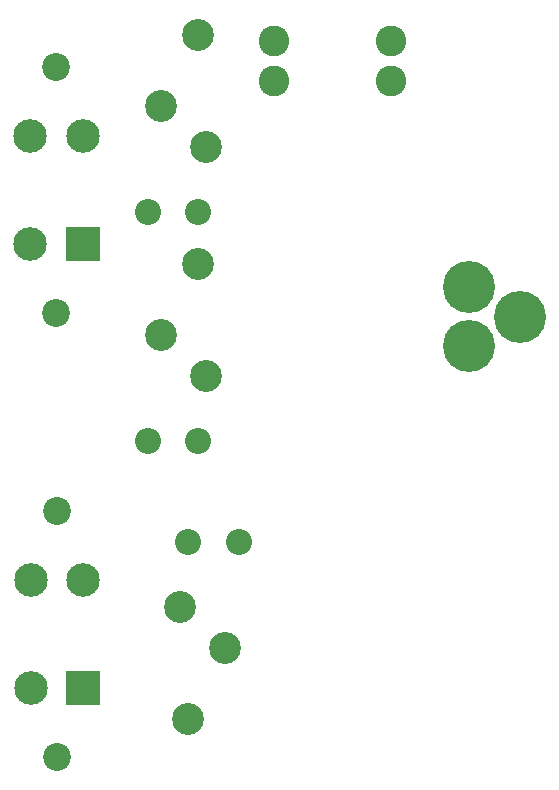
<source format=gbr>
%TF.GenerationSoftware,Altium Limited,Altium Designer,19.1.7 (138)*%
G04 Layer_Color=8388736*
%FSLAX26Y26*%
%MOIN*%
%TF.FileFunction,Soldermask,Top*%
%TF.Part,Single*%
G01*
G75*
%TA.AperFunction,ComponentPad*%
%ADD22C,0.111937*%
%ADD23R,0.111937X0.111937*%
%ADD24C,0.093039*%
%ADD25C,0.106425*%
%ADD26C,0.086740*%
%ADD27C,0.173354*%
%ADD28C,0.102488*%
D22*
X1720394Y1393465D02*
D03*
X1545197D02*
D03*
Y1034409D02*
D03*
X1543228Y2514110D02*
D03*
Y2873165D02*
D03*
X1718425D02*
D03*
D23*
X1720394Y1034409D02*
D03*
X1718425Y2514110D02*
D03*
D24*
X1632874Y1624016D02*
D03*
Y803937D02*
D03*
X1630906Y2283637D02*
D03*
Y3103716D02*
D03*
D25*
X2068898Y932087D02*
D03*
X2043307Y1306102D02*
D03*
X2192913Y1168307D02*
D03*
X1980315Y2211708D02*
D03*
X2129921Y2073913D02*
D03*
X2104331Y2447928D02*
D03*
X1980315Y2975487D02*
D03*
X2129921Y2837692D02*
D03*
X2104331Y3211708D02*
D03*
D26*
X2238189Y1522638D02*
D03*
X2068898D02*
D03*
X2104331Y1857377D02*
D03*
X1935039D02*
D03*
X2104331Y2621157D02*
D03*
X1935039D02*
D03*
D27*
X3005704Y2371063D02*
D03*
X3176181Y2272638D02*
D03*
X3005704Y2174213D02*
D03*
D28*
X2355630Y3190566D02*
D03*
X2746181D02*
D03*
X2355630Y3056708D02*
D03*
X2746181D02*
D03*
%TF.MD5,6cf2385976a0a06b425862eae1fe75ff*%
M02*

</source>
